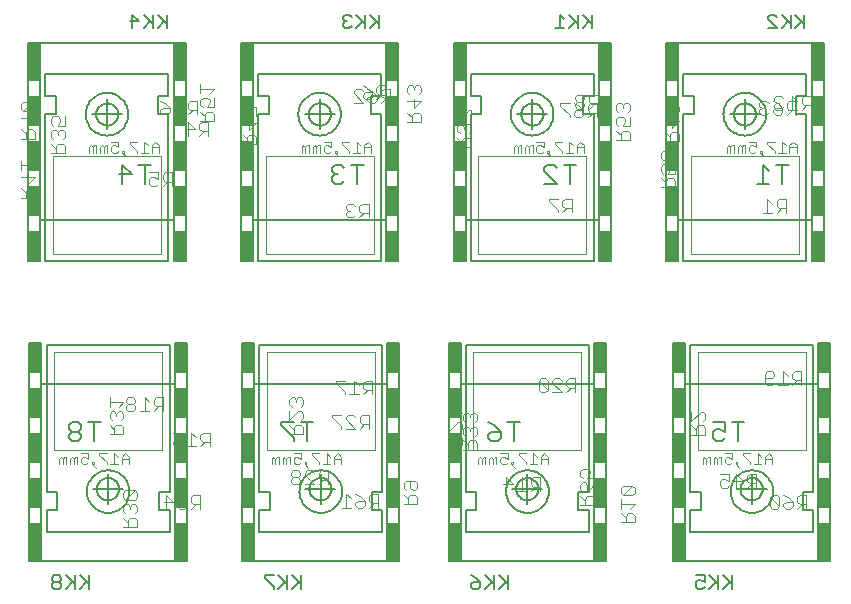
<source format=gbo>
G75*
G70*
%OFA0B0*%
%FSLAX24Y24*%
%IPPOS*%
%LPD*%
%AMOC8*
5,1,8,0,0,1.08239X$1,22.5*
%
%ADD10C,0.0060*%
%ADD11C,0.0020*%
%ADD12C,0.0070*%
%ADD13C,0.0040*%
%ADD14C,0.0050*%
%ADD15R,0.0400X0.1000*%
%ADD16R,0.0400X0.1250*%
D10*
X001213Y008863D02*
X001613Y008863D01*
X001613Y014763D01*
X006063Y014763D01*
X006063Y008863D01*
X006463Y008863D01*
X006463Y016113D01*
X006063Y016113D01*
X006063Y014763D01*
X005893Y016058D02*
X005893Y011158D01*
X005543Y011158D01*
X005543Y010558D01*
X005893Y010558D01*
X005893Y009808D01*
X001793Y009808D01*
X001793Y010558D01*
X002143Y010558D01*
X002143Y011158D01*
X001793Y011158D01*
X001793Y016058D01*
X005893Y016058D01*
X008300Y016113D02*
X008700Y016113D01*
X008700Y014763D01*
X008700Y008863D01*
X013150Y008863D01*
X013150Y014763D01*
X008700Y014763D01*
X008880Y016058D02*
X008880Y011158D01*
X009230Y011158D01*
X009230Y010558D01*
X008880Y010558D01*
X008880Y009808D01*
X012980Y009808D01*
X012980Y010558D01*
X012630Y010558D01*
X012630Y011158D01*
X012980Y011158D01*
X012980Y016058D01*
X008880Y016058D01*
X008300Y016113D02*
X008300Y008863D01*
X008700Y008863D01*
X010420Y011243D02*
X011420Y011243D01*
X010220Y011158D02*
X010222Y011211D01*
X010228Y011264D01*
X010238Y011316D01*
X010252Y011367D01*
X010269Y011417D01*
X010290Y011466D01*
X010315Y011513D01*
X010343Y011558D01*
X010375Y011601D01*
X010410Y011641D01*
X010447Y011678D01*
X010487Y011713D01*
X010530Y011745D01*
X010575Y011773D01*
X010622Y011798D01*
X010671Y011819D01*
X010721Y011836D01*
X010772Y011850D01*
X010824Y011860D01*
X010877Y011866D01*
X010930Y011868D01*
X010983Y011866D01*
X011036Y011860D01*
X011088Y011850D01*
X011139Y011836D01*
X011189Y011819D01*
X011238Y011798D01*
X011285Y011773D01*
X011330Y011745D01*
X011373Y011713D01*
X011413Y011678D01*
X011450Y011641D01*
X011485Y011601D01*
X011517Y011558D01*
X011545Y011513D01*
X011570Y011466D01*
X011591Y011417D01*
X011608Y011367D01*
X011622Y011316D01*
X011632Y011264D01*
X011638Y011211D01*
X011640Y011158D01*
X011638Y011105D01*
X011632Y011052D01*
X011622Y011000D01*
X011608Y010949D01*
X011591Y010899D01*
X011570Y010850D01*
X011545Y010803D01*
X011517Y010758D01*
X011485Y010715D01*
X011450Y010675D01*
X011413Y010638D01*
X011373Y010603D01*
X011330Y010571D01*
X011285Y010543D01*
X011238Y010518D01*
X011189Y010497D01*
X011139Y010480D01*
X011088Y010466D01*
X011036Y010456D01*
X010983Y010450D01*
X010930Y010448D01*
X010877Y010450D01*
X010824Y010456D01*
X010772Y010466D01*
X010721Y010480D01*
X010671Y010497D01*
X010622Y010518D01*
X010575Y010543D01*
X010530Y010571D01*
X010487Y010603D01*
X010447Y010638D01*
X010410Y010675D01*
X010375Y010715D01*
X010343Y010758D01*
X010315Y010803D01*
X010290Y010850D01*
X010269Y010899D01*
X010252Y010949D01*
X010238Y011000D01*
X010228Y011052D01*
X010222Y011105D01*
X010220Y011158D01*
X010550Y011243D02*
X010552Y011281D01*
X010558Y011319D01*
X010568Y011356D01*
X010581Y011391D01*
X010598Y011425D01*
X010618Y011457D01*
X010642Y011487D01*
X010669Y011515D01*
X010698Y011539D01*
X010730Y011560D01*
X010763Y011578D01*
X010798Y011592D01*
X010835Y011603D01*
X010872Y011610D01*
X010910Y011613D01*
X010949Y011612D01*
X010986Y011607D01*
X011023Y011598D01*
X011059Y011586D01*
X011094Y011570D01*
X011127Y011550D01*
X011157Y011527D01*
X011185Y011501D01*
X011210Y011473D01*
X011232Y011442D01*
X011251Y011408D01*
X011266Y011374D01*
X011278Y011337D01*
X011286Y011300D01*
X011290Y011262D01*
X011290Y011224D01*
X011286Y011186D01*
X011278Y011149D01*
X011266Y011112D01*
X011251Y011078D01*
X011232Y011044D01*
X011210Y011013D01*
X011185Y010985D01*
X011157Y010959D01*
X011127Y010936D01*
X011094Y010916D01*
X011059Y010900D01*
X011023Y010888D01*
X010986Y010879D01*
X010949Y010874D01*
X010910Y010873D01*
X010872Y010876D01*
X010835Y010883D01*
X010798Y010894D01*
X010763Y010908D01*
X010730Y010926D01*
X010698Y010947D01*
X010669Y010971D01*
X010642Y010999D01*
X010618Y011029D01*
X010598Y011061D01*
X010581Y011095D01*
X010568Y011130D01*
X010558Y011167D01*
X010552Y011205D01*
X010550Y011243D01*
X010930Y010743D02*
X010930Y011743D01*
X013150Y008863D02*
X013550Y008863D01*
X013550Y016113D01*
X013150Y016113D01*
X013150Y014763D01*
X015190Y016113D02*
X015590Y016113D01*
X015590Y014763D01*
X015590Y008863D01*
X020040Y008863D01*
X020040Y014763D01*
X015590Y014763D01*
X015770Y016058D02*
X015770Y011158D01*
X016120Y011158D01*
X016120Y010558D01*
X015770Y010558D01*
X015770Y009808D01*
X019870Y009808D01*
X019870Y010558D01*
X019520Y010558D01*
X019520Y011158D01*
X019870Y011158D01*
X019870Y016058D01*
X015770Y016058D01*
X015190Y016113D02*
X015190Y008863D01*
X015590Y008863D01*
X017310Y011243D02*
X018310Y011243D01*
X017110Y011158D02*
X017112Y011211D01*
X017118Y011264D01*
X017128Y011316D01*
X017142Y011367D01*
X017159Y011417D01*
X017180Y011466D01*
X017205Y011513D01*
X017233Y011558D01*
X017265Y011601D01*
X017300Y011641D01*
X017337Y011678D01*
X017377Y011713D01*
X017420Y011745D01*
X017465Y011773D01*
X017512Y011798D01*
X017561Y011819D01*
X017611Y011836D01*
X017662Y011850D01*
X017714Y011860D01*
X017767Y011866D01*
X017820Y011868D01*
X017873Y011866D01*
X017926Y011860D01*
X017978Y011850D01*
X018029Y011836D01*
X018079Y011819D01*
X018128Y011798D01*
X018175Y011773D01*
X018220Y011745D01*
X018263Y011713D01*
X018303Y011678D01*
X018340Y011641D01*
X018375Y011601D01*
X018407Y011558D01*
X018435Y011513D01*
X018460Y011466D01*
X018481Y011417D01*
X018498Y011367D01*
X018512Y011316D01*
X018522Y011264D01*
X018528Y011211D01*
X018530Y011158D01*
X018528Y011105D01*
X018522Y011052D01*
X018512Y011000D01*
X018498Y010949D01*
X018481Y010899D01*
X018460Y010850D01*
X018435Y010803D01*
X018407Y010758D01*
X018375Y010715D01*
X018340Y010675D01*
X018303Y010638D01*
X018263Y010603D01*
X018220Y010571D01*
X018175Y010543D01*
X018128Y010518D01*
X018079Y010497D01*
X018029Y010480D01*
X017978Y010466D01*
X017926Y010456D01*
X017873Y010450D01*
X017820Y010448D01*
X017767Y010450D01*
X017714Y010456D01*
X017662Y010466D01*
X017611Y010480D01*
X017561Y010497D01*
X017512Y010518D01*
X017465Y010543D01*
X017420Y010571D01*
X017377Y010603D01*
X017337Y010638D01*
X017300Y010675D01*
X017265Y010715D01*
X017233Y010758D01*
X017205Y010803D01*
X017180Y010850D01*
X017159Y010899D01*
X017142Y010949D01*
X017128Y011000D01*
X017118Y011052D01*
X017112Y011105D01*
X017110Y011158D01*
X017440Y011243D02*
X017442Y011281D01*
X017448Y011319D01*
X017458Y011356D01*
X017471Y011391D01*
X017488Y011425D01*
X017508Y011457D01*
X017532Y011487D01*
X017559Y011515D01*
X017588Y011539D01*
X017620Y011560D01*
X017653Y011578D01*
X017688Y011592D01*
X017725Y011603D01*
X017762Y011610D01*
X017800Y011613D01*
X017839Y011612D01*
X017876Y011607D01*
X017913Y011598D01*
X017949Y011586D01*
X017984Y011570D01*
X018017Y011550D01*
X018047Y011527D01*
X018075Y011501D01*
X018100Y011473D01*
X018122Y011442D01*
X018141Y011408D01*
X018156Y011374D01*
X018168Y011337D01*
X018176Y011300D01*
X018180Y011262D01*
X018180Y011224D01*
X018176Y011186D01*
X018168Y011149D01*
X018156Y011112D01*
X018141Y011078D01*
X018122Y011044D01*
X018100Y011013D01*
X018075Y010985D01*
X018047Y010959D01*
X018017Y010936D01*
X017984Y010916D01*
X017949Y010900D01*
X017913Y010888D01*
X017876Y010879D01*
X017839Y010874D01*
X017800Y010873D01*
X017762Y010876D01*
X017725Y010883D01*
X017688Y010894D01*
X017653Y010908D01*
X017620Y010926D01*
X017588Y010947D01*
X017559Y010971D01*
X017532Y010999D01*
X017508Y011029D01*
X017488Y011061D01*
X017471Y011095D01*
X017458Y011130D01*
X017448Y011167D01*
X017442Y011205D01*
X017440Y011243D01*
X017820Y010743D02*
X017820Y011743D01*
X020040Y008863D02*
X020440Y008863D01*
X020440Y016113D01*
X020040Y016113D01*
X020040Y014763D01*
X022670Y016113D02*
X023070Y016113D01*
X023070Y014763D01*
X023070Y008863D01*
X027520Y008863D01*
X027520Y014763D01*
X023070Y014763D01*
X023250Y016058D02*
X023250Y011158D01*
X023600Y011158D01*
X023600Y010558D01*
X023250Y010558D01*
X023250Y009808D01*
X027350Y009808D01*
X027350Y010558D01*
X027000Y010558D01*
X027000Y011158D01*
X027350Y011158D01*
X027350Y016058D01*
X023250Y016058D01*
X022670Y016113D02*
X022670Y008863D01*
X023070Y008863D01*
X024790Y011243D02*
X025790Y011243D01*
X024590Y011158D02*
X024592Y011211D01*
X024598Y011264D01*
X024608Y011316D01*
X024622Y011367D01*
X024639Y011417D01*
X024660Y011466D01*
X024685Y011513D01*
X024713Y011558D01*
X024745Y011601D01*
X024780Y011641D01*
X024817Y011678D01*
X024857Y011713D01*
X024900Y011745D01*
X024945Y011773D01*
X024992Y011798D01*
X025041Y011819D01*
X025091Y011836D01*
X025142Y011850D01*
X025194Y011860D01*
X025247Y011866D01*
X025300Y011868D01*
X025353Y011866D01*
X025406Y011860D01*
X025458Y011850D01*
X025509Y011836D01*
X025559Y011819D01*
X025608Y011798D01*
X025655Y011773D01*
X025700Y011745D01*
X025743Y011713D01*
X025783Y011678D01*
X025820Y011641D01*
X025855Y011601D01*
X025887Y011558D01*
X025915Y011513D01*
X025940Y011466D01*
X025961Y011417D01*
X025978Y011367D01*
X025992Y011316D01*
X026002Y011264D01*
X026008Y011211D01*
X026010Y011158D01*
X026008Y011105D01*
X026002Y011052D01*
X025992Y011000D01*
X025978Y010949D01*
X025961Y010899D01*
X025940Y010850D01*
X025915Y010803D01*
X025887Y010758D01*
X025855Y010715D01*
X025820Y010675D01*
X025783Y010638D01*
X025743Y010603D01*
X025700Y010571D01*
X025655Y010543D01*
X025608Y010518D01*
X025559Y010497D01*
X025509Y010480D01*
X025458Y010466D01*
X025406Y010456D01*
X025353Y010450D01*
X025300Y010448D01*
X025247Y010450D01*
X025194Y010456D01*
X025142Y010466D01*
X025091Y010480D01*
X025041Y010497D01*
X024992Y010518D01*
X024945Y010543D01*
X024900Y010571D01*
X024857Y010603D01*
X024817Y010638D01*
X024780Y010675D01*
X024745Y010715D01*
X024713Y010758D01*
X024685Y010803D01*
X024660Y010850D01*
X024639Y010899D01*
X024622Y010949D01*
X024608Y011000D01*
X024598Y011052D01*
X024592Y011105D01*
X024590Y011158D01*
X024920Y011243D02*
X024922Y011281D01*
X024928Y011319D01*
X024938Y011356D01*
X024951Y011391D01*
X024968Y011425D01*
X024988Y011457D01*
X025012Y011487D01*
X025039Y011515D01*
X025068Y011539D01*
X025100Y011560D01*
X025133Y011578D01*
X025168Y011592D01*
X025205Y011603D01*
X025242Y011610D01*
X025280Y011613D01*
X025319Y011612D01*
X025356Y011607D01*
X025393Y011598D01*
X025429Y011586D01*
X025464Y011570D01*
X025497Y011550D01*
X025527Y011527D01*
X025555Y011501D01*
X025580Y011473D01*
X025602Y011442D01*
X025621Y011408D01*
X025636Y011374D01*
X025648Y011337D01*
X025656Y011300D01*
X025660Y011262D01*
X025660Y011224D01*
X025656Y011186D01*
X025648Y011149D01*
X025636Y011112D01*
X025621Y011078D01*
X025602Y011044D01*
X025580Y011013D01*
X025555Y010985D01*
X025527Y010959D01*
X025497Y010936D01*
X025464Y010916D01*
X025429Y010900D01*
X025393Y010888D01*
X025356Y010879D01*
X025319Y010874D01*
X025280Y010873D01*
X025242Y010876D01*
X025205Y010883D01*
X025168Y010894D01*
X025133Y010908D01*
X025100Y010926D01*
X025068Y010947D01*
X025039Y010971D01*
X025012Y010999D01*
X024988Y011029D01*
X024968Y011061D01*
X024951Y011095D01*
X024938Y011130D01*
X024928Y011167D01*
X024922Y011205D01*
X024920Y011243D01*
X025300Y010743D02*
X025300Y011743D01*
X027520Y008863D02*
X027920Y008863D01*
X027920Y016113D01*
X027520Y016113D01*
X027520Y014763D01*
X027114Y018838D02*
X027114Y023738D01*
X026764Y023738D01*
X026764Y024338D01*
X027114Y024338D01*
X027114Y025088D01*
X023014Y025088D01*
X023014Y024338D01*
X023364Y024338D01*
X023364Y023738D01*
X023014Y023738D01*
X023014Y018838D01*
X027114Y018838D01*
X027294Y018862D02*
X027294Y020212D01*
X027294Y026112D01*
X022844Y026112D01*
X022844Y020212D01*
X027294Y020212D01*
X027294Y018862D02*
X027694Y018862D01*
X027694Y026112D01*
X027294Y026112D01*
X025574Y023732D02*
X024574Y023732D01*
X024354Y023738D02*
X024356Y023791D01*
X024362Y023844D01*
X024372Y023896D01*
X024386Y023947D01*
X024403Y023997D01*
X024424Y024046D01*
X024449Y024093D01*
X024477Y024138D01*
X024509Y024181D01*
X024544Y024221D01*
X024581Y024258D01*
X024621Y024293D01*
X024664Y024325D01*
X024709Y024353D01*
X024756Y024378D01*
X024805Y024399D01*
X024855Y024416D01*
X024906Y024430D01*
X024958Y024440D01*
X025011Y024446D01*
X025064Y024448D01*
X025117Y024446D01*
X025170Y024440D01*
X025222Y024430D01*
X025273Y024416D01*
X025323Y024399D01*
X025372Y024378D01*
X025419Y024353D01*
X025464Y024325D01*
X025507Y024293D01*
X025547Y024258D01*
X025584Y024221D01*
X025619Y024181D01*
X025651Y024138D01*
X025679Y024093D01*
X025704Y024046D01*
X025725Y023997D01*
X025742Y023947D01*
X025756Y023896D01*
X025766Y023844D01*
X025772Y023791D01*
X025774Y023738D01*
X025772Y023685D01*
X025766Y023632D01*
X025756Y023580D01*
X025742Y023529D01*
X025725Y023479D01*
X025704Y023430D01*
X025679Y023383D01*
X025651Y023338D01*
X025619Y023295D01*
X025584Y023255D01*
X025547Y023218D01*
X025507Y023183D01*
X025464Y023151D01*
X025419Y023123D01*
X025372Y023098D01*
X025323Y023077D01*
X025273Y023060D01*
X025222Y023046D01*
X025170Y023036D01*
X025117Y023030D01*
X025064Y023028D01*
X025011Y023030D01*
X024958Y023036D01*
X024906Y023046D01*
X024855Y023060D01*
X024805Y023077D01*
X024756Y023098D01*
X024709Y023123D01*
X024664Y023151D01*
X024621Y023183D01*
X024581Y023218D01*
X024544Y023255D01*
X024509Y023295D01*
X024477Y023338D01*
X024449Y023383D01*
X024424Y023430D01*
X024403Y023479D01*
X024386Y023529D01*
X024372Y023580D01*
X024362Y023632D01*
X024356Y023685D01*
X024354Y023738D01*
X024704Y023732D02*
X024706Y023770D01*
X024712Y023808D01*
X024722Y023845D01*
X024735Y023880D01*
X024752Y023914D01*
X024772Y023946D01*
X024796Y023976D01*
X024823Y024004D01*
X024852Y024028D01*
X024884Y024049D01*
X024917Y024067D01*
X024952Y024081D01*
X024989Y024092D01*
X025026Y024099D01*
X025064Y024102D01*
X025103Y024101D01*
X025140Y024096D01*
X025177Y024087D01*
X025213Y024075D01*
X025248Y024059D01*
X025281Y024039D01*
X025311Y024016D01*
X025339Y023990D01*
X025364Y023962D01*
X025386Y023931D01*
X025405Y023897D01*
X025420Y023863D01*
X025432Y023826D01*
X025440Y023789D01*
X025444Y023751D01*
X025444Y023713D01*
X025440Y023675D01*
X025432Y023638D01*
X025420Y023601D01*
X025405Y023567D01*
X025386Y023533D01*
X025364Y023502D01*
X025339Y023474D01*
X025311Y023448D01*
X025281Y023425D01*
X025248Y023405D01*
X025213Y023389D01*
X025177Y023377D01*
X025140Y023368D01*
X025103Y023363D01*
X025064Y023362D01*
X025026Y023365D01*
X024989Y023372D01*
X024952Y023383D01*
X024917Y023397D01*
X024884Y023415D01*
X024852Y023436D01*
X024823Y023460D01*
X024796Y023488D01*
X024772Y023518D01*
X024752Y023550D01*
X024735Y023584D01*
X024722Y023619D01*
X024712Y023656D01*
X024706Y023694D01*
X024704Y023732D01*
X025064Y024232D02*
X025064Y023232D01*
X022844Y026112D02*
X022444Y026112D01*
X022444Y018862D01*
X022844Y018862D01*
X022844Y020212D01*
X020607Y018862D02*
X020207Y018862D01*
X020207Y020212D01*
X020207Y026112D01*
X015757Y026112D01*
X015757Y020212D01*
X020207Y020212D01*
X020027Y018838D02*
X020027Y023738D01*
X019677Y023738D01*
X019677Y024338D01*
X020027Y024338D01*
X020027Y025088D01*
X015927Y025088D01*
X015927Y024338D01*
X016277Y024338D01*
X016277Y023738D01*
X015927Y023738D01*
X015927Y018838D01*
X020027Y018838D01*
X020607Y018862D02*
X020607Y026112D01*
X020207Y026112D01*
X017977Y024232D02*
X017977Y023232D01*
X017617Y023732D02*
X017619Y023770D01*
X017625Y023808D01*
X017635Y023845D01*
X017648Y023880D01*
X017665Y023914D01*
X017685Y023946D01*
X017709Y023976D01*
X017736Y024004D01*
X017765Y024028D01*
X017797Y024049D01*
X017830Y024067D01*
X017865Y024081D01*
X017902Y024092D01*
X017939Y024099D01*
X017977Y024102D01*
X018016Y024101D01*
X018053Y024096D01*
X018090Y024087D01*
X018126Y024075D01*
X018161Y024059D01*
X018194Y024039D01*
X018224Y024016D01*
X018252Y023990D01*
X018277Y023962D01*
X018299Y023931D01*
X018318Y023897D01*
X018333Y023863D01*
X018345Y023826D01*
X018353Y023789D01*
X018357Y023751D01*
X018357Y023713D01*
X018353Y023675D01*
X018345Y023638D01*
X018333Y023601D01*
X018318Y023567D01*
X018299Y023533D01*
X018277Y023502D01*
X018252Y023474D01*
X018224Y023448D01*
X018194Y023425D01*
X018161Y023405D01*
X018126Y023389D01*
X018090Y023377D01*
X018053Y023368D01*
X018016Y023363D01*
X017977Y023362D01*
X017939Y023365D01*
X017902Y023372D01*
X017865Y023383D01*
X017830Y023397D01*
X017797Y023415D01*
X017765Y023436D01*
X017736Y023460D01*
X017709Y023488D01*
X017685Y023518D01*
X017665Y023550D01*
X017648Y023584D01*
X017635Y023619D01*
X017625Y023656D01*
X017619Y023694D01*
X017617Y023732D01*
X017487Y023732D02*
X018487Y023732D01*
X017267Y023738D02*
X017269Y023791D01*
X017275Y023844D01*
X017285Y023896D01*
X017299Y023947D01*
X017316Y023997D01*
X017337Y024046D01*
X017362Y024093D01*
X017390Y024138D01*
X017422Y024181D01*
X017457Y024221D01*
X017494Y024258D01*
X017534Y024293D01*
X017577Y024325D01*
X017622Y024353D01*
X017669Y024378D01*
X017718Y024399D01*
X017768Y024416D01*
X017819Y024430D01*
X017871Y024440D01*
X017924Y024446D01*
X017977Y024448D01*
X018030Y024446D01*
X018083Y024440D01*
X018135Y024430D01*
X018186Y024416D01*
X018236Y024399D01*
X018285Y024378D01*
X018332Y024353D01*
X018377Y024325D01*
X018420Y024293D01*
X018460Y024258D01*
X018497Y024221D01*
X018532Y024181D01*
X018564Y024138D01*
X018592Y024093D01*
X018617Y024046D01*
X018638Y023997D01*
X018655Y023947D01*
X018669Y023896D01*
X018679Y023844D01*
X018685Y023791D01*
X018687Y023738D01*
X018685Y023685D01*
X018679Y023632D01*
X018669Y023580D01*
X018655Y023529D01*
X018638Y023479D01*
X018617Y023430D01*
X018592Y023383D01*
X018564Y023338D01*
X018532Y023295D01*
X018497Y023255D01*
X018460Y023218D01*
X018420Y023183D01*
X018377Y023151D01*
X018332Y023123D01*
X018285Y023098D01*
X018236Y023077D01*
X018186Y023060D01*
X018135Y023046D01*
X018083Y023036D01*
X018030Y023030D01*
X017977Y023028D01*
X017924Y023030D01*
X017871Y023036D01*
X017819Y023046D01*
X017768Y023060D01*
X017718Y023077D01*
X017669Y023098D01*
X017622Y023123D01*
X017577Y023151D01*
X017534Y023183D01*
X017494Y023218D01*
X017457Y023255D01*
X017422Y023295D01*
X017390Y023338D01*
X017362Y023383D01*
X017337Y023430D01*
X017316Y023479D01*
X017299Y023529D01*
X017285Y023580D01*
X017275Y023632D01*
X017269Y023685D01*
X017267Y023738D01*
X015757Y026112D02*
X015357Y026112D01*
X015357Y018862D01*
X015757Y018862D01*
X015757Y020212D01*
X013521Y018862D02*
X013121Y018862D01*
X013121Y020212D01*
X013121Y026112D01*
X008671Y026112D01*
X008671Y020212D01*
X013121Y020212D01*
X012941Y018838D02*
X012941Y023738D01*
X012591Y023738D01*
X012591Y024338D01*
X012941Y024338D01*
X012941Y025088D01*
X008841Y025088D01*
X008841Y024338D01*
X009191Y024338D01*
X009191Y023738D01*
X008841Y023738D01*
X008841Y018838D01*
X012941Y018838D01*
X013521Y018862D02*
X013521Y026112D01*
X013121Y026112D01*
X010891Y024232D02*
X010891Y023232D01*
X010531Y023732D02*
X010533Y023770D01*
X010539Y023808D01*
X010549Y023845D01*
X010562Y023880D01*
X010579Y023914D01*
X010599Y023946D01*
X010623Y023976D01*
X010650Y024004D01*
X010679Y024028D01*
X010711Y024049D01*
X010744Y024067D01*
X010779Y024081D01*
X010816Y024092D01*
X010853Y024099D01*
X010891Y024102D01*
X010930Y024101D01*
X010967Y024096D01*
X011004Y024087D01*
X011040Y024075D01*
X011075Y024059D01*
X011108Y024039D01*
X011138Y024016D01*
X011166Y023990D01*
X011191Y023962D01*
X011213Y023931D01*
X011232Y023897D01*
X011247Y023863D01*
X011259Y023826D01*
X011267Y023789D01*
X011271Y023751D01*
X011271Y023713D01*
X011267Y023675D01*
X011259Y023638D01*
X011247Y023601D01*
X011232Y023567D01*
X011213Y023533D01*
X011191Y023502D01*
X011166Y023474D01*
X011138Y023448D01*
X011108Y023425D01*
X011075Y023405D01*
X011040Y023389D01*
X011004Y023377D01*
X010967Y023368D01*
X010930Y023363D01*
X010891Y023362D01*
X010853Y023365D01*
X010816Y023372D01*
X010779Y023383D01*
X010744Y023397D01*
X010711Y023415D01*
X010679Y023436D01*
X010650Y023460D01*
X010623Y023488D01*
X010599Y023518D01*
X010579Y023550D01*
X010562Y023584D01*
X010549Y023619D01*
X010539Y023656D01*
X010533Y023694D01*
X010531Y023732D01*
X010401Y023732D02*
X011401Y023732D01*
X010181Y023738D02*
X010183Y023791D01*
X010189Y023844D01*
X010199Y023896D01*
X010213Y023947D01*
X010230Y023997D01*
X010251Y024046D01*
X010276Y024093D01*
X010304Y024138D01*
X010336Y024181D01*
X010371Y024221D01*
X010408Y024258D01*
X010448Y024293D01*
X010491Y024325D01*
X010536Y024353D01*
X010583Y024378D01*
X010632Y024399D01*
X010682Y024416D01*
X010733Y024430D01*
X010785Y024440D01*
X010838Y024446D01*
X010891Y024448D01*
X010944Y024446D01*
X010997Y024440D01*
X011049Y024430D01*
X011100Y024416D01*
X011150Y024399D01*
X011199Y024378D01*
X011246Y024353D01*
X011291Y024325D01*
X011334Y024293D01*
X011374Y024258D01*
X011411Y024221D01*
X011446Y024181D01*
X011478Y024138D01*
X011506Y024093D01*
X011531Y024046D01*
X011552Y023997D01*
X011569Y023947D01*
X011583Y023896D01*
X011593Y023844D01*
X011599Y023791D01*
X011601Y023738D01*
X011599Y023685D01*
X011593Y023632D01*
X011583Y023580D01*
X011569Y023529D01*
X011552Y023479D01*
X011531Y023430D01*
X011506Y023383D01*
X011478Y023338D01*
X011446Y023295D01*
X011411Y023255D01*
X011374Y023218D01*
X011334Y023183D01*
X011291Y023151D01*
X011246Y023123D01*
X011199Y023098D01*
X011150Y023077D01*
X011100Y023060D01*
X011049Y023046D01*
X010997Y023036D01*
X010944Y023030D01*
X010891Y023028D01*
X010838Y023030D01*
X010785Y023036D01*
X010733Y023046D01*
X010682Y023060D01*
X010632Y023077D01*
X010583Y023098D01*
X010536Y023123D01*
X010491Y023151D01*
X010448Y023183D01*
X010408Y023218D01*
X010371Y023255D01*
X010336Y023295D01*
X010304Y023338D01*
X010276Y023383D01*
X010251Y023430D01*
X010230Y023479D01*
X010213Y023529D01*
X010199Y023580D01*
X010189Y023632D01*
X010183Y023685D01*
X010181Y023738D01*
X008671Y026112D02*
X008271Y026112D01*
X008271Y018862D01*
X008671Y018862D01*
X008671Y020212D01*
X006434Y018862D02*
X006034Y018862D01*
X006034Y020212D01*
X006034Y026112D01*
X001584Y026112D01*
X001584Y020212D01*
X006034Y020212D01*
X005854Y018838D02*
X005854Y023738D01*
X005504Y023738D01*
X005504Y024338D01*
X005854Y024338D01*
X005854Y025088D01*
X001754Y025088D01*
X001754Y024338D01*
X002104Y024338D01*
X002104Y023738D01*
X001754Y023738D01*
X001754Y018838D01*
X005854Y018838D01*
X006434Y018862D02*
X006434Y026112D01*
X006034Y026112D01*
X004314Y023732D02*
X003314Y023732D01*
X003094Y023738D02*
X003096Y023791D01*
X003102Y023844D01*
X003112Y023896D01*
X003126Y023947D01*
X003143Y023997D01*
X003164Y024046D01*
X003189Y024093D01*
X003217Y024138D01*
X003249Y024181D01*
X003284Y024221D01*
X003321Y024258D01*
X003361Y024293D01*
X003404Y024325D01*
X003449Y024353D01*
X003496Y024378D01*
X003545Y024399D01*
X003595Y024416D01*
X003646Y024430D01*
X003698Y024440D01*
X003751Y024446D01*
X003804Y024448D01*
X003857Y024446D01*
X003910Y024440D01*
X003962Y024430D01*
X004013Y024416D01*
X004063Y024399D01*
X004112Y024378D01*
X004159Y024353D01*
X004204Y024325D01*
X004247Y024293D01*
X004287Y024258D01*
X004324Y024221D01*
X004359Y024181D01*
X004391Y024138D01*
X004419Y024093D01*
X004444Y024046D01*
X004465Y023997D01*
X004482Y023947D01*
X004496Y023896D01*
X004506Y023844D01*
X004512Y023791D01*
X004514Y023738D01*
X004512Y023685D01*
X004506Y023632D01*
X004496Y023580D01*
X004482Y023529D01*
X004465Y023479D01*
X004444Y023430D01*
X004419Y023383D01*
X004391Y023338D01*
X004359Y023295D01*
X004324Y023255D01*
X004287Y023218D01*
X004247Y023183D01*
X004204Y023151D01*
X004159Y023123D01*
X004112Y023098D01*
X004063Y023077D01*
X004013Y023060D01*
X003962Y023046D01*
X003910Y023036D01*
X003857Y023030D01*
X003804Y023028D01*
X003751Y023030D01*
X003698Y023036D01*
X003646Y023046D01*
X003595Y023060D01*
X003545Y023077D01*
X003496Y023098D01*
X003449Y023123D01*
X003404Y023151D01*
X003361Y023183D01*
X003321Y023218D01*
X003284Y023255D01*
X003249Y023295D01*
X003217Y023338D01*
X003189Y023383D01*
X003164Y023430D01*
X003143Y023479D01*
X003126Y023529D01*
X003112Y023580D01*
X003102Y023632D01*
X003096Y023685D01*
X003094Y023738D01*
X003804Y024232D02*
X003804Y023232D01*
X003444Y023732D02*
X003446Y023770D01*
X003452Y023808D01*
X003462Y023845D01*
X003475Y023880D01*
X003492Y023914D01*
X003512Y023946D01*
X003536Y023976D01*
X003563Y024004D01*
X003592Y024028D01*
X003624Y024049D01*
X003657Y024067D01*
X003692Y024081D01*
X003729Y024092D01*
X003766Y024099D01*
X003804Y024102D01*
X003843Y024101D01*
X003880Y024096D01*
X003917Y024087D01*
X003953Y024075D01*
X003988Y024059D01*
X004021Y024039D01*
X004051Y024016D01*
X004079Y023990D01*
X004104Y023962D01*
X004126Y023931D01*
X004145Y023897D01*
X004160Y023863D01*
X004172Y023826D01*
X004180Y023789D01*
X004184Y023751D01*
X004184Y023713D01*
X004180Y023675D01*
X004172Y023638D01*
X004160Y023601D01*
X004145Y023567D01*
X004126Y023533D01*
X004104Y023502D01*
X004079Y023474D01*
X004051Y023448D01*
X004021Y023425D01*
X003988Y023405D01*
X003953Y023389D01*
X003917Y023377D01*
X003880Y023368D01*
X003843Y023363D01*
X003804Y023362D01*
X003766Y023365D01*
X003729Y023372D01*
X003692Y023383D01*
X003657Y023397D01*
X003624Y023415D01*
X003592Y023436D01*
X003563Y023460D01*
X003536Y023488D01*
X003512Y023518D01*
X003492Y023550D01*
X003475Y023584D01*
X003462Y023619D01*
X003452Y023656D01*
X003446Y023694D01*
X003444Y023732D01*
X001584Y026112D02*
X001184Y026112D01*
X001184Y018862D01*
X001584Y018862D01*
X001584Y020212D01*
X001613Y016113D02*
X001213Y016113D01*
X001213Y008863D01*
X001613Y008863D02*
X006063Y008863D01*
X004333Y011243D02*
X003333Y011243D01*
X003463Y011243D02*
X003465Y011281D01*
X003471Y011319D01*
X003481Y011356D01*
X003494Y011391D01*
X003511Y011425D01*
X003531Y011457D01*
X003555Y011487D01*
X003582Y011515D01*
X003611Y011539D01*
X003643Y011560D01*
X003676Y011578D01*
X003711Y011592D01*
X003748Y011603D01*
X003785Y011610D01*
X003823Y011613D01*
X003862Y011612D01*
X003899Y011607D01*
X003936Y011598D01*
X003972Y011586D01*
X004007Y011570D01*
X004040Y011550D01*
X004070Y011527D01*
X004098Y011501D01*
X004123Y011473D01*
X004145Y011442D01*
X004164Y011408D01*
X004179Y011374D01*
X004191Y011337D01*
X004199Y011300D01*
X004203Y011262D01*
X004203Y011224D01*
X004199Y011186D01*
X004191Y011149D01*
X004179Y011112D01*
X004164Y011078D01*
X004145Y011044D01*
X004123Y011013D01*
X004098Y010985D01*
X004070Y010959D01*
X004040Y010936D01*
X004007Y010916D01*
X003972Y010900D01*
X003936Y010888D01*
X003899Y010879D01*
X003862Y010874D01*
X003823Y010873D01*
X003785Y010876D01*
X003748Y010883D01*
X003711Y010894D01*
X003676Y010908D01*
X003643Y010926D01*
X003611Y010947D01*
X003582Y010971D01*
X003555Y010999D01*
X003531Y011029D01*
X003511Y011061D01*
X003494Y011095D01*
X003481Y011130D01*
X003471Y011167D01*
X003465Y011205D01*
X003463Y011243D01*
X003133Y011158D02*
X003135Y011211D01*
X003141Y011264D01*
X003151Y011316D01*
X003165Y011367D01*
X003182Y011417D01*
X003203Y011466D01*
X003228Y011513D01*
X003256Y011558D01*
X003288Y011601D01*
X003323Y011641D01*
X003360Y011678D01*
X003400Y011713D01*
X003443Y011745D01*
X003488Y011773D01*
X003535Y011798D01*
X003584Y011819D01*
X003634Y011836D01*
X003685Y011850D01*
X003737Y011860D01*
X003790Y011866D01*
X003843Y011868D01*
X003896Y011866D01*
X003949Y011860D01*
X004001Y011850D01*
X004052Y011836D01*
X004102Y011819D01*
X004151Y011798D01*
X004198Y011773D01*
X004243Y011745D01*
X004286Y011713D01*
X004326Y011678D01*
X004363Y011641D01*
X004398Y011601D01*
X004430Y011558D01*
X004458Y011513D01*
X004483Y011466D01*
X004504Y011417D01*
X004521Y011367D01*
X004535Y011316D01*
X004545Y011264D01*
X004551Y011211D01*
X004553Y011158D01*
X004551Y011105D01*
X004545Y011052D01*
X004535Y011000D01*
X004521Y010949D01*
X004504Y010899D01*
X004483Y010850D01*
X004458Y010803D01*
X004430Y010758D01*
X004398Y010715D01*
X004363Y010675D01*
X004326Y010638D01*
X004286Y010603D01*
X004243Y010571D01*
X004198Y010543D01*
X004151Y010518D01*
X004102Y010497D01*
X004052Y010480D01*
X004001Y010466D01*
X003949Y010456D01*
X003896Y010450D01*
X003843Y010448D01*
X003790Y010450D01*
X003737Y010456D01*
X003685Y010466D01*
X003634Y010480D01*
X003584Y010497D01*
X003535Y010518D01*
X003488Y010543D01*
X003443Y010571D01*
X003400Y010603D01*
X003360Y010638D01*
X003323Y010675D01*
X003288Y010715D01*
X003256Y010758D01*
X003228Y010803D01*
X003203Y010850D01*
X003182Y010899D01*
X003165Y010949D01*
X003151Y011000D01*
X003141Y011052D01*
X003135Y011105D01*
X003133Y011158D01*
X003843Y010743D02*
X003843Y011743D01*
X001613Y014763D02*
X001613Y016113D01*
D11*
X002043Y015808D02*
X002043Y012558D01*
X005643Y012558D01*
X005643Y015808D01*
X002043Y015808D01*
X002004Y019088D02*
X002004Y022338D01*
X005604Y022338D01*
X005604Y019088D01*
X002004Y019088D01*
X009091Y019088D02*
X009091Y022338D01*
X012691Y022338D01*
X012691Y019088D01*
X009091Y019088D01*
X009130Y015808D02*
X009130Y012558D01*
X012730Y012558D01*
X012730Y015808D01*
X009130Y015808D01*
X016020Y015808D02*
X016020Y012558D01*
X019620Y012558D01*
X019620Y015808D01*
X016020Y015808D01*
X016177Y019088D02*
X016177Y022338D01*
X019777Y022338D01*
X019777Y019088D01*
X016177Y019088D01*
X023264Y019088D02*
X023264Y022338D01*
X026864Y022338D01*
X026864Y019088D01*
X023264Y019088D01*
X023500Y015808D02*
X023500Y012558D01*
X027100Y012558D01*
X027100Y015808D01*
X023500Y015808D01*
D12*
X023989Y013474D02*
X024410Y013474D01*
X024410Y013158D01*
X024200Y013263D01*
X024094Y013263D01*
X023989Y013158D01*
X023989Y012948D01*
X024094Y012843D01*
X024305Y012843D01*
X024410Y012948D01*
X024844Y012843D02*
X024844Y013474D01*
X025054Y013474D02*
X024634Y013474D01*
X025464Y021423D02*
X025884Y021423D01*
X025674Y021423D02*
X025674Y022053D01*
X025884Y021843D01*
X026109Y022053D02*
X026529Y022053D01*
X026319Y022053D02*
X026319Y021423D01*
X019442Y022053D02*
X019022Y022053D01*
X019232Y022053D02*
X019232Y021423D01*
X018798Y021423D02*
X018377Y021843D01*
X018377Y021948D01*
X018482Y022053D01*
X018693Y022053D01*
X018798Y021948D01*
X018798Y021423D02*
X018377Y021423D01*
X012356Y022053D02*
X011935Y022053D01*
X012146Y022053D02*
X012146Y021423D01*
X011711Y021528D02*
X011606Y021423D01*
X011396Y021423D01*
X011291Y021528D01*
X011291Y021633D01*
X011396Y021738D01*
X011501Y021738D01*
X011396Y021738D02*
X011291Y021843D01*
X011291Y021948D01*
X011396Y022053D01*
X011606Y022053D01*
X011711Y021948D01*
X005269Y022053D02*
X004849Y022053D01*
X005059Y022053D02*
X005059Y021423D01*
X004625Y021738D02*
X004204Y021738D01*
X004309Y021423D02*
X004309Y022053D01*
X004625Y021738D01*
X003598Y013474D02*
X003177Y013474D01*
X003387Y013474D02*
X003387Y012843D01*
X002953Y012948D02*
X002953Y013053D01*
X002848Y013158D01*
X002638Y013158D01*
X002533Y013053D01*
X002533Y012948D01*
X002638Y012843D01*
X002848Y012843D01*
X002953Y012948D01*
X002848Y013158D02*
X002953Y013263D01*
X002953Y013369D01*
X002848Y013474D01*
X002638Y013474D01*
X002533Y013369D01*
X002533Y013263D01*
X002638Y013158D01*
X009619Y013369D02*
X010040Y012948D01*
X010040Y012843D01*
X010474Y012843D02*
X010474Y013474D01*
X010684Y013474D02*
X010264Y013474D01*
X010040Y013474D02*
X009619Y013474D01*
X009619Y013369D01*
X016509Y013474D02*
X016719Y013369D01*
X016929Y013158D01*
X016614Y013158D01*
X016509Y013053D01*
X016509Y012948D01*
X016614Y012843D01*
X016824Y012843D01*
X016929Y012948D01*
X016929Y013158D01*
X017154Y013474D02*
X017574Y013474D01*
X017364Y013474D02*
X017364Y012843D01*
D13*
X017528Y012438D02*
X017528Y012378D01*
X017769Y012138D01*
X017769Y012078D01*
X017897Y012078D02*
X018137Y012078D01*
X018017Y012078D02*
X018017Y012438D01*
X018137Y012318D01*
X018265Y012318D02*
X018265Y012078D01*
X018265Y012258D02*
X018505Y012258D01*
X018505Y012318D02*
X018505Y012078D01*
X018505Y012318D02*
X018385Y012438D01*
X018265Y012318D01*
X017769Y012438D02*
X017528Y012438D01*
X017340Y012138D02*
X017280Y012138D01*
X017280Y012078D01*
X017340Y012078D01*
X017340Y012138D01*
X017280Y012078D02*
X017400Y011958D01*
X017155Y012138D02*
X017095Y012078D01*
X016975Y012078D01*
X016915Y012138D01*
X016915Y012258D01*
X016975Y012318D01*
X017035Y012318D01*
X017155Y012258D01*
X017155Y012438D01*
X016915Y012438D01*
X016786Y012318D02*
X016726Y012318D01*
X016666Y012258D01*
X016606Y012318D01*
X016546Y012258D01*
X016546Y012078D01*
X016666Y012078D02*
X016666Y012258D01*
X016786Y012318D02*
X016786Y012078D01*
X016418Y012078D02*
X016418Y012318D01*
X016358Y012318D01*
X016298Y012258D01*
X016238Y012318D01*
X016178Y012258D01*
X016178Y012078D01*
X016298Y012078D02*
X016298Y012258D01*
X016145Y012559D02*
X016145Y012789D01*
X016068Y012866D01*
X015914Y012866D01*
X015838Y012789D01*
X015838Y012559D01*
X015838Y012713D02*
X015684Y012866D01*
X015651Y012946D02*
X015574Y013023D01*
X015420Y013023D01*
X015344Y012946D01*
X015344Y012716D01*
X015344Y012869D02*
X015190Y013023D01*
X015190Y013176D02*
X015497Y013483D01*
X015574Y013483D01*
X015651Y013406D01*
X015651Y013253D01*
X015574Y013176D01*
X015684Y013250D02*
X015684Y013096D01*
X015761Y013019D01*
X015651Y012946D02*
X015651Y012716D01*
X015190Y012716D01*
X015190Y013176D02*
X015190Y013483D01*
X015190Y013637D02*
X015190Y013944D01*
X015190Y013790D02*
X015651Y013790D01*
X015497Y013637D01*
X015684Y013710D02*
X015684Y013557D01*
X015761Y013480D01*
X015761Y013326D02*
X015684Y013250D01*
X015761Y013326D02*
X015838Y013326D01*
X015914Y013250D01*
X015914Y013173D01*
X015914Y013250D02*
X015991Y013326D01*
X016068Y013326D01*
X016145Y013250D01*
X016145Y013096D01*
X016068Y013019D01*
X016068Y013480D02*
X016145Y013557D01*
X016145Y013710D01*
X016068Y013787D01*
X015991Y013787D01*
X015914Y013710D01*
X015838Y013787D01*
X015761Y013787D01*
X015684Y013710D01*
X015914Y013710D02*
X015914Y013633D01*
X015684Y012559D02*
X016145Y012559D01*
X017098Y011631D02*
X017328Y011401D01*
X017021Y011401D01*
X017098Y011171D02*
X017098Y011631D01*
X017635Y011631D02*
X017635Y011171D01*
X017788Y011171D02*
X017481Y011171D01*
X017788Y011478D02*
X017635Y011631D01*
X017942Y011554D02*
X017942Y011401D01*
X018018Y011324D01*
X018249Y011324D01*
X018249Y011171D02*
X018249Y011631D01*
X018018Y011631D01*
X017942Y011554D01*
X018095Y011324D02*
X017942Y011171D01*
X019582Y011235D02*
X019582Y011389D01*
X019659Y011465D01*
X019735Y011465D01*
X019812Y011389D01*
X019812Y011159D01*
X019659Y011159D01*
X019582Y011235D01*
X019582Y011005D02*
X019735Y010852D01*
X019735Y010928D02*
X019735Y010698D01*
X019582Y010698D02*
X020042Y010698D01*
X020042Y010928D01*
X019966Y011005D01*
X019812Y011005D01*
X019735Y010928D01*
X019812Y011159D02*
X019966Y011312D01*
X020042Y011465D01*
X020042Y011619D02*
X019812Y011619D01*
X019889Y011772D01*
X019889Y011849D01*
X019812Y011926D01*
X019659Y011926D01*
X019582Y011849D01*
X019582Y011696D01*
X019659Y011619D01*
X020042Y011619D02*
X020042Y011926D01*
X020934Y011281D02*
X020934Y011127D01*
X021011Y011051D01*
X021318Y011358D01*
X021011Y011358D01*
X020934Y011281D01*
X021011Y011051D02*
X021318Y011051D01*
X021395Y011127D01*
X021395Y011281D01*
X021318Y011358D01*
X020934Y010897D02*
X020934Y010590D01*
X020934Y010437D02*
X021088Y010283D01*
X021088Y010360D02*
X021088Y010130D01*
X020934Y010130D02*
X021395Y010130D01*
X021395Y010360D01*
X021318Y010437D01*
X021164Y010437D01*
X021088Y010360D01*
X021241Y010590D02*
X021395Y010744D01*
X020934Y010744D01*
X023283Y013059D02*
X023743Y013059D01*
X023743Y013289D01*
X023666Y013366D01*
X023513Y013366D01*
X023436Y013289D01*
X023436Y013059D01*
X023436Y013212D02*
X023283Y013366D01*
X023283Y013519D02*
X023590Y013826D01*
X023666Y013826D01*
X023743Y013749D01*
X023743Y013596D01*
X023666Y013519D01*
X023283Y013519D02*
X023283Y013826D01*
X023718Y012318D02*
X023658Y012258D01*
X023658Y012078D01*
X023778Y012078D02*
X023778Y012258D01*
X023718Y012318D01*
X023778Y012258D02*
X023838Y012318D01*
X023898Y012318D01*
X023898Y012078D01*
X024027Y012078D02*
X024027Y012258D01*
X024087Y012318D01*
X024147Y012258D01*
X024147Y012078D01*
X024267Y012078D02*
X024267Y012318D01*
X024207Y012318D01*
X024147Y012258D01*
X024395Y012258D02*
X024455Y012318D01*
X024515Y012318D01*
X024635Y012258D01*
X024635Y012438D01*
X024395Y012438D01*
X024395Y012258D02*
X024395Y012138D01*
X024455Y012078D01*
X024575Y012078D01*
X024635Y012138D01*
X024761Y012138D02*
X024821Y012138D01*
X024821Y012078D01*
X024761Y012078D01*
X024761Y012138D01*
X024761Y012078D02*
X024881Y011958D01*
X024763Y011749D02*
X024993Y011519D01*
X024686Y011519D01*
X024533Y011519D02*
X024379Y011596D01*
X024302Y011596D01*
X024226Y011519D01*
X024226Y011365D01*
X024302Y011289D01*
X024456Y011289D01*
X024533Y011365D01*
X024533Y011519D02*
X024533Y011749D01*
X024226Y011749D01*
X024763Y011749D02*
X024763Y011289D01*
X025146Y011289D02*
X025300Y011442D01*
X025223Y011442D02*
X025453Y011442D01*
X025453Y011289D02*
X025453Y011749D01*
X025223Y011749D01*
X025146Y011672D01*
X025146Y011519D01*
X025223Y011442D01*
X025249Y012078D02*
X025249Y012138D01*
X025009Y012378D01*
X025009Y012438D01*
X025249Y012438D01*
X025497Y012438D02*
X025497Y012078D01*
X025617Y012078D02*
X025377Y012078D01*
X025617Y012318D02*
X025497Y012438D01*
X025745Y012318D02*
X025745Y012078D01*
X025745Y012258D02*
X025986Y012258D01*
X025986Y012318D02*
X025986Y012078D01*
X025986Y012318D02*
X025865Y012438D01*
X025745Y012318D01*
X025970Y011048D02*
X025893Y010972D01*
X026200Y010665D01*
X026123Y010588D01*
X025970Y010588D01*
X025893Y010665D01*
X025893Y010972D01*
X025970Y011048D02*
X026123Y011048D01*
X026200Y010972D01*
X026200Y010665D01*
X026353Y010665D02*
X026353Y010741D01*
X026430Y010818D01*
X026660Y010818D01*
X026660Y010665D01*
X026584Y010588D01*
X026430Y010588D01*
X026353Y010665D01*
X026507Y010972D02*
X026353Y011048D01*
X026507Y010972D02*
X026660Y010818D01*
X026814Y010818D02*
X026814Y010972D01*
X026890Y011048D01*
X027121Y011048D01*
X027121Y010588D01*
X027121Y010741D02*
X026890Y010741D01*
X026814Y010818D01*
X026967Y010741D02*
X026814Y010588D01*
X026953Y014712D02*
X026953Y015172D01*
X026723Y015172D01*
X026646Y015096D01*
X026646Y014942D01*
X026723Y014865D01*
X026953Y014865D01*
X026800Y014865D02*
X026646Y014712D01*
X026493Y014712D02*
X026186Y014712D01*
X026340Y014712D02*
X026340Y015172D01*
X026493Y015019D01*
X026033Y015019D02*
X025956Y014942D01*
X025726Y014942D01*
X025726Y014789D02*
X025726Y015096D01*
X025802Y015172D01*
X025956Y015172D01*
X026033Y015096D01*
X026033Y015019D01*
X026033Y014789D02*
X025956Y014712D01*
X025802Y014712D01*
X025726Y014789D01*
X025666Y020456D02*
X025973Y020456D01*
X026126Y020456D02*
X026280Y020609D01*
X026203Y020609D02*
X026433Y020609D01*
X026433Y020456D02*
X026433Y020916D01*
X026203Y020916D01*
X026126Y020840D01*
X026126Y020686D01*
X026203Y020609D01*
X025973Y020763D02*
X025819Y020916D01*
X025819Y020456D01*
X025689Y022337D02*
X025569Y022458D01*
X025629Y022458D01*
X025629Y022518D01*
X025569Y022518D01*
X025569Y022458D01*
X025443Y022518D02*
X025383Y022458D01*
X025263Y022458D01*
X025203Y022518D01*
X025203Y022638D01*
X025263Y022698D01*
X025323Y022698D01*
X025443Y022638D01*
X025443Y022818D01*
X025203Y022818D01*
X025075Y022698D02*
X025075Y022458D01*
X024955Y022458D02*
X024955Y022638D01*
X024895Y022698D01*
X024835Y022638D01*
X024835Y022458D01*
X024707Y022458D02*
X024707Y022698D01*
X024647Y022698D01*
X024587Y022638D01*
X024527Y022698D01*
X024467Y022638D01*
X024467Y022458D01*
X024587Y022458D02*
X024587Y022638D01*
X024955Y022638D02*
X025015Y022698D01*
X025075Y022698D01*
X025817Y022758D02*
X026057Y022518D01*
X026057Y022458D01*
X026185Y022458D02*
X026426Y022458D01*
X026305Y022458D02*
X026305Y022818D01*
X026426Y022698D01*
X026554Y022698D02*
X026554Y022458D01*
X026554Y022638D02*
X026794Y022638D01*
X026794Y022698D02*
X026674Y022818D01*
X026554Y022698D01*
X026794Y022698D02*
X026794Y022458D01*
X026057Y022818D02*
X025817Y022818D01*
X025817Y022758D01*
X025784Y023722D02*
X025630Y023722D01*
X025554Y023799D01*
X025554Y023875D01*
X025630Y023952D01*
X025707Y023952D01*
X025630Y023952D02*
X025554Y024029D01*
X025554Y024105D01*
X025630Y024182D01*
X025784Y024182D01*
X025861Y024105D01*
X026014Y024182D02*
X026168Y024105D01*
X026321Y023952D01*
X026091Y023952D01*
X026014Y023875D01*
X026014Y023799D01*
X026091Y023722D01*
X026244Y023722D01*
X026321Y023799D01*
X026321Y023952D01*
X026344Y023964D02*
X026267Y023887D01*
X026113Y023887D01*
X026037Y023964D01*
X026037Y024041D01*
X026113Y024117D01*
X026190Y024117D01*
X026113Y024117D02*
X026037Y024194D01*
X026037Y024271D01*
X026113Y024348D01*
X026267Y024348D01*
X026344Y024271D01*
X026474Y024105D02*
X026474Y023952D01*
X026551Y023875D01*
X026781Y023875D01*
X026804Y023887D02*
X026497Y023887D01*
X026628Y023875D02*
X026474Y023722D01*
X026651Y023887D02*
X026651Y024348D01*
X026804Y024194D01*
X026781Y024182D02*
X026551Y024182D01*
X026474Y024105D01*
X026781Y024182D02*
X026781Y023722D01*
X026957Y023887D02*
X027111Y024041D01*
X027034Y024041D02*
X027264Y024041D01*
X027264Y023887D02*
X027264Y024348D01*
X027034Y024348D01*
X026957Y024271D01*
X026957Y024117D01*
X027034Y024041D01*
X025861Y023799D02*
X025784Y023722D01*
X022877Y023832D02*
X022800Y023755D01*
X022724Y023755D01*
X022647Y023832D01*
X022647Y024062D01*
X022800Y024062D02*
X022877Y023986D01*
X022877Y023832D01*
X022800Y024062D02*
X022493Y024062D01*
X022417Y023986D01*
X022417Y023832D01*
X022493Y023755D01*
X022647Y023602D02*
X022647Y023295D01*
X022877Y023525D01*
X022417Y023525D01*
X022417Y023142D02*
X022570Y022988D01*
X022570Y023065D02*
X022570Y022835D01*
X022417Y022835D02*
X022877Y022835D01*
X022877Y023065D01*
X022800Y023142D01*
X022647Y023142D01*
X022570Y023065D01*
X022430Y022526D02*
X022507Y022450D01*
X022507Y022219D01*
X022354Y022219D01*
X022277Y022296D01*
X022277Y022450D01*
X022354Y022526D01*
X022430Y022526D01*
X022660Y022373D02*
X022507Y022219D01*
X022507Y022066D02*
X022354Y022066D01*
X022277Y021989D01*
X022277Y021836D01*
X022354Y021759D01*
X022507Y021759D02*
X022584Y021912D01*
X022584Y021989D01*
X022507Y022066D01*
X022737Y022066D02*
X022737Y021759D01*
X022507Y021759D01*
X022507Y021605D02*
X022430Y021529D01*
X022430Y021299D01*
X022430Y021452D02*
X022277Y021605D01*
X022507Y021605D02*
X022660Y021605D01*
X022737Y021529D01*
X022737Y021299D01*
X022277Y021299D01*
X022660Y022373D02*
X022737Y022526D01*
X021237Y022886D02*
X021237Y023116D01*
X021160Y023193D01*
X021007Y023193D01*
X020930Y023116D01*
X020930Y022886D01*
X020777Y022886D02*
X021237Y022886D01*
X020930Y023039D02*
X020777Y023193D01*
X020854Y023346D02*
X020777Y023423D01*
X020777Y023576D01*
X020854Y023653D01*
X021007Y023653D01*
X021084Y023576D01*
X021084Y023500D01*
X021007Y023346D01*
X021237Y023346D01*
X021237Y023653D01*
X021160Y023807D02*
X021237Y023883D01*
X021237Y024037D01*
X021160Y024114D01*
X021084Y024114D01*
X021007Y024037D01*
X020930Y024114D01*
X020854Y024114D01*
X020777Y024037D01*
X020777Y023883D01*
X020854Y023807D01*
X021007Y023960D02*
X021007Y024037D01*
X020178Y024080D02*
X019948Y024080D01*
X019871Y024157D01*
X019871Y024310D01*
X019948Y024387D01*
X020178Y024387D01*
X020178Y023926D01*
X020144Y023796D02*
X019913Y023796D01*
X019837Y023873D01*
X019837Y024027D01*
X019913Y024103D01*
X020144Y024103D01*
X020144Y023643D01*
X019990Y023796D02*
X019837Y023643D01*
X019683Y023720D02*
X019606Y023643D01*
X019453Y023643D01*
X019376Y023720D01*
X019376Y023796D01*
X019453Y023873D01*
X019683Y023873D01*
X019683Y023720D01*
X019683Y023873D02*
X019530Y024027D01*
X019376Y024103D01*
X019410Y024080D02*
X019410Y024003D01*
X019487Y023926D01*
X019641Y023926D01*
X019717Y024003D01*
X019717Y024080D01*
X019641Y024157D01*
X019487Y024157D01*
X019410Y024080D01*
X019487Y024157D02*
X019410Y024233D01*
X019410Y024310D01*
X019487Y024387D01*
X019641Y024387D01*
X019717Y024310D01*
X019717Y024233D01*
X019641Y024157D01*
X019871Y023926D02*
X020024Y024080D01*
X019223Y024103D02*
X018916Y024103D01*
X018916Y024027D01*
X019223Y023720D01*
X019223Y023643D01*
X019219Y022818D02*
X019219Y022458D01*
X019339Y022458D02*
X019099Y022458D01*
X018971Y022458D02*
X018971Y022518D01*
X018730Y022758D01*
X018730Y022818D01*
X018971Y022818D01*
X019219Y022818D02*
X019339Y022698D01*
X019467Y022698D02*
X019467Y022458D01*
X019467Y022638D02*
X019707Y022638D01*
X019707Y022698D02*
X019587Y022818D01*
X019467Y022698D01*
X019707Y022698D02*
X019707Y022458D01*
X018602Y022337D02*
X018482Y022458D01*
X018542Y022458D01*
X018542Y022518D01*
X018482Y022518D01*
X018482Y022458D01*
X018357Y022518D02*
X018297Y022458D01*
X018177Y022458D01*
X018117Y022518D01*
X018117Y022638D01*
X018177Y022698D01*
X018237Y022698D01*
X018357Y022638D01*
X018357Y022818D01*
X018117Y022818D01*
X017988Y022698D02*
X017928Y022698D01*
X017868Y022638D01*
X017808Y022698D01*
X017748Y022638D01*
X017748Y022458D01*
X017868Y022458D02*
X017868Y022638D01*
X017988Y022698D02*
X017988Y022458D01*
X017620Y022458D02*
X017620Y022698D01*
X017560Y022698D01*
X017500Y022638D01*
X017440Y022698D01*
X017380Y022638D01*
X017380Y022458D01*
X017500Y022458D02*
X017500Y022638D01*
X015948Y022638D02*
X015948Y022868D01*
X015871Y022945D01*
X015718Y022945D01*
X015641Y022868D01*
X015641Y022638D01*
X015641Y022791D02*
X015487Y022945D01*
X015564Y023098D02*
X015487Y023175D01*
X015487Y023328D01*
X015564Y023405D01*
X015641Y023405D01*
X015718Y023328D01*
X015718Y023252D01*
X015718Y023328D02*
X015794Y023405D01*
X015871Y023405D01*
X015948Y023328D01*
X015948Y023175D01*
X015871Y023098D01*
X015948Y022638D02*
X015487Y022638D01*
X015487Y023559D02*
X015564Y023559D01*
X015871Y023866D01*
X015948Y023866D01*
X015948Y023559D01*
X014269Y023476D02*
X014269Y023707D01*
X014192Y023783D01*
X014039Y023783D01*
X013962Y023707D01*
X013962Y023476D01*
X013808Y023476D02*
X014269Y023476D01*
X013962Y023630D02*
X013808Y023783D01*
X014039Y023937D02*
X014039Y024244D01*
X014192Y024397D02*
X014269Y024474D01*
X014269Y024627D01*
X014192Y024704D01*
X014115Y024704D01*
X014039Y024627D01*
X013962Y024704D01*
X013885Y024704D01*
X013808Y024627D01*
X013808Y024474D01*
X013885Y024397D01*
X014039Y024551D02*
X014039Y024627D01*
X014269Y024167D02*
X014039Y023937D01*
X013808Y024167D02*
X014269Y024167D01*
X013254Y024123D02*
X013254Y024584D01*
X013024Y024584D01*
X012947Y024507D01*
X012947Y024354D01*
X013024Y024277D01*
X013254Y024277D01*
X013100Y024277D02*
X012947Y024123D01*
X012793Y024200D02*
X012717Y024123D01*
X012563Y024123D01*
X012487Y024200D01*
X012487Y024277D01*
X012563Y024354D01*
X012793Y024354D01*
X012793Y024200D01*
X012784Y024241D02*
X012938Y024395D01*
X012861Y024395D02*
X013091Y024395D01*
X013091Y024241D02*
X013091Y024702D01*
X012861Y024702D01*
X012784Y024625D01*
X012784Y024472D01*
X012861Y024395D01*
X012793Y024354D02*
X012640Y024507D01*
X012487Y024584D01*
X012477Y024625D02*
X012631Y024472D01*
X012401Y024472D01*
X012324Y024395D01*
X012324Y024318D01*
X012401Y024241D01*
X012554Y024241D01*
X012631Y024318D01*
X012631Y024472D01*
X012477Y024625D02*
X012324Y024702D01*
X012256Y024584D02*
X012333Y024507D01*
X012256Y024584D02*
X012103Y024584D01*
X012026Y024507D01*
X012026Y024430D01*
X012333Y024123D01*
X012026Y024123D01*
X012132Y022818D02*
X012132Y022458D01*
X012252Y022458D02*
X012012Y022458D01*
X011884Y022458D02*
X011884Y022518D01*
X011644Y022758D01*
X011644Y022818D01*
X011884Y022818D01*
X012132Y022818D02*
X012252Y022698D01*
X012380Y022698D02*
X012380Y022458D01*
X012380Y022638D02*
X012621Y022638D01*
X012621Y022698D02*
X012501Y022818D01*
X012380Y022698D01*
X012621Y022698D02*
X012621Y022458D01*
X011516Y022337D02*
X011396Y022458D01*
X011456Y022458D01*
X011456Y022518D01*
X011396Y022518D01*
X011396Y022458D01*
X011270Y022518D02*
X011210Y022458D01*
X011090Y022458D01*
X011030Y022518D01*
X011030Y022638D01*
X011090Y022698D01*
X011150Y022698D01*
X011270Y022638D01*
X011270Y022818D01*
X011030Y022818D01*
X010902Y022698D02*
X010842Y022698D01*
X010782Y022638D01*
X010722Y022698D01*
X010662Y022638D01*
X010662Y022458D01*
X010782Y022458D02*
X010782Y022638D01*
X010902Y022698D02*
X010902Y022458D01*
X010534Y022458D02*
X010534Y022698D01*
X010474Y022698D01*
X010413Y022638D01*
X010353Y022698D01*
X010293Y022638D01*
X010293Y022458D01*
X010413Y022458D02*
X010413Y022638D01*
X008782Y022756D02*
X008782Y022986D01*
X008706Y023063D01*
X008552Y023063D01*
X008476Y022986D01*
X008476Y022756D01*
X008476Y022909D02*
X008322Y023063D01*
X008552Y023216D02*
X008552Y023523D01*
X008399Y023677D02*
X008706Y023984D01*
X008782Y023984D01*
X008782Y023677D01*
X008782Y023447D02*
X008322Y023447D01*
X008322Y023677D02*
X008399Y023677D01*
X008782Y023447D02*
X008552Y023216D01*
X008322Y022756D02*
X008782Y022756D01*
X007379Y023516D02*
X007379Y023746D01*
X007302Y023823D01*
X007149Y023823D01*
X007072Y023746D01*
X007072Y023516D01*
X007186Y023481D02*
X006955Y023481D01*
X006879Y023405D01*
X006879Y023251D01*
X006955Y023174D01*
X007186Y023174D01*
X007186Y023021D02*
X007186Y023481D01*
X007379Y023516D02*
X006919Y023516D01*
X007072Y023669D02*
X006919Y023823D01*
X006813Y023883D02*
X006583Y023883D01*
X006506Y023960D01*
X006506Y024113D01*
X006583Y024190D01*
X006813Y024190D01*
X006813Y023730D01*
X006659Y023883D02*
X006506Y023730D01*
X006352Y023806D02*
X006352Y023960D01*
X006122Y023960D01*
X006046Y023883D01*
X006046Y023806D01*
X006122Y023730D01*
X006276Y023730D01*
X006352Y023806D01*
X006352Y023960D02*
X006199Y024113D01*
X006046Y024190D01*
X005892Y023960D02*
X005662Y023960D01*
X005585Y023883D01*
X005585Y023806D01*
X005662Y023730D01*
X005815Y023730D01*
X005892Y023806D01*
X005892Y023960D01*
X005739Y024113D01*
X005585Y024190D01*
X006495Y023481D02*
X006725Y023251D01*
X006418Y023251D01*
X006495Y023021D02*
X006495Y023481D01*
X006879Y023021D02*
X007032Y023174D01*
X006995Y023976D02*
X006919Y024053D01*
X006919Y024206D01*
X006995Y024283D01*
X007149Y024283D01*
X007225Y024206D01*
X007225Y024130D01*
X007149Y023976D01*
X007379Y023976D01*
X007379Y024283D01*
X007225Y024437D02*
X007379Y024590D01*
X006919Y024590D01*
X006919Y024437D02*
X006919Y024744D01*
X005414Y022818D02*
X005294Y022698D01*
X005294Y022458D01*
X005166Y022458D02*
X004926Y022458D01*
X005046Y022458D02*
X005046Y022818D01*
X005166Y022698D01*
X005294Y022638D02*
X005534Y022638D01*
X005534Y022698D02*
X005414Y022818D01*
X005534Y022698D02*
X005534Y022458D01*
X005509Y021802D02*
X005202Y021802D01*
X005279Y021649D02*
X005202Y021572D01*
X005202Y021419D01*
X005279Y021342D01*
X005432Y021342D01*
X005509Y021419D01*
X005509Y021572D02*
X005355Y021649D01*
X005279Y021649D01*
X005509Y021572D02*
X005509Y021802D01*
X005662Y021726D02*
X005662Y021572D01*
X005739Y021495D01*
X005969Y021495D01*
X005969Y021342D02*
X005969Y021802D01*
X005739Y021802D01*
X005662Y021726D01*
X005816Y021495D02*
X005662Y021342D01*
X004797Y022458D02*
X004797Y022518D01*
X004557Y022758D01*
X004557Y022818D01*
X004797Y022818D01*
X004429Y022337D02*
X004309Y022458D01*
X004369Y022458D01*
X004369Y022518D01*
X004309Y022518D01*
X004309Y022458D01*
X004184Y022518D02*
X004124Y022458D01*
X004003Y022458D01*
X003943Y022518D01*
X003943Y022638D01*
X004003Y022698D01*
X004063Y022698D01*
X004184Y022638D01*
X004184Y022818D01*
X003943Y022818D01*
X003815Y022698D02*
X003755Y022698D01*
X003695Y022638D01*
X003635Y022698D01*
X003575Y022638D01*
X003575Y022458D01*
X003695Y022458D02*
X003695Y022638D01*
X003815Y022698D02*
X003815Y022458D01*
X003447Y022458D02*
X003447Y022698D01*
X003387Y022698D01*
X003327Y022638D01*
X003267Y022698D01*
X003207Y022638D01*
X003207Y022458D01*
X003327Y022458D02*
X003327Y022638D01*
X002405Y022671D02*
X002405Y022441D01*
X001944Y022441D01*
X002098Y022441D02*
X002098Y022671D01*
X002174Y022748D01*
X002328Y022748D01*
X002405Y022671D01*
X002328Y022901D02*
X002405Y022978D01*
X002405Y023132D01*
X002328Y023208D01*
X002251Y023208D01*
X002174Y023132D01*
X002098Y023208D01*
X002021Y023208D01*
X001944Y023132D01*
X001944Y022978D01*
X002021Y022901D01*
X001944Y022748D02*
X002098Y022594D01*
X002174Y023055D02*
X002174Y023132D01*
X002174Y023362D02*
X002251Y023515D01*
X002251Y023592D01*
X002174Y023669D01*
X002021Y023669D01*
X001944Y023592D01*
X001944Y023439D01*
X002021Y023362D01*
X002174Y023362D02*
X002405Y023362D01*
X002405Y023669D01*
X001395Y023616D02*
X001164Y023386D01*
X001164Y023693D01*
X001011Y023846D02*
X001318Y024153D01*
X001011Y024153D01*
X000934Y024076D01*
X000934Y023923D01*
X001011Y023846D01*
X001318Y023846D01*
X001395Y023923D01*
X001395Y024076D01*
X001318Y024153D01*
X001395Y023616D02*
X000934Y023616D01*
X000934Y023232D02*
X001088Y023079D01*
X001088Y023155D02*
X001088Y022925D01*
X000934Y022925D02*
X001395Y022925D01*
X001395Y023155D01*
X001318Y023232D01*
X001164Y023232D01*
X001088Y023155D01*
X000934Y022184D02*
X000934Y021878D01*
X000934Y022031D02*
X001395Y022031D01*
X001241Y021878D01*
X001164Y021724D02*
X001164Y021417D01*
X001395Y021647D01*
X000934Y021647D01*
X000934Y021264D02*
X001088Y021110D01*
X001088Y021187D02*
X001088Y020957D01*
X000934Y020957D02*
X001395Y020957D01*
X001395Y021187D01*
X001318Y021264D01*
X001164Y021264D01*
X001088Y021187D01*
X003891Y014298D02*
X003891Y013991D01*
X003891Y014144D02*
X004351Y014144D01*
X004198Y013991D01*
X004198Y013838D02*
X004121Y013761D01*
X004044Y013838D01*
X003968Y013838D01*
X003891Y013761D01*
X003891Y013607D01*
X003968Y013531D01*
X003891Y013377D02*
X004044Y013224D01*
X004044Y013300D02*
X004044Y013070D01*
X003891Y013070D02*
X004351Y013070D01*
X004351Y013300D01*
X004275Y013377D01*
X004121Y013377D01*
X004044Y013300D01*
X004275Y013531D02*
X004351Y013607D01*
X004351Y013761D01*
X004275Y013838D01*
X004198Y013838D01*
X004121Y013761D02*
X004121Y013684D01*
X004442Y013923D02*
X004442Y013999D01*
X004519Y014076D01*
X004672Y014076D01*
X004749Y014153D01*
X004749Y014229D01*
X004672Y014306D01*
X004519Y014306D01*
X004442Y014229D01*
X004442Y014153D01*
X004519Y014076D01*
X004672Y014076D02*
X004749Y013999D01*
X004749Y013923D01*
X004672Y013846D01*
X004519Y013846D01*
X004442Y013923D01*
X004903Y013846D02*
X005210Y013846D01*
X005363Y013846D02*
X005516Y013999D01*
X005440Y013999D02*
X005670Y013999D01*
X005670Y013846D02*
X005670Y014306D01*
X005440Y014306D01*
X005363Y014229D01*
X005363Y014076D01*
X005440Y013999D01*
X005210Y014153D02*
X005056Y014306D01*
X005056Y013846D01*
X005997Y013127D02*
X006151Y013050D01*
X006304Y012897D01*
X006074Y012897D01*
X005997Y012820D01*
X005997Y012743D01*
X006074Y012667D01*
X006227Y012667D01*
X006304Y012743D01*
X006304Y012897D01*
X006458Y012667D02*
X006765Y012667D01*
X006918Y012667D02*
X007072Y012820D01*
X006995Y012820D02*
X007225Y012820D01*
X007225Y012667D02*
X007225Y013127D01*
X006995Y013127D01*
X006918Y013050D01*
X006918Y012897D01*
X006995Y012820D01*
X006765Y012974D02*
X006611Y013127D01*
X006611Y012667D01*
X006686Y011048D02*
X006609Y010972D01*
X006609Y010818D01*
X006686Y010741D01*
X006916Y010741D01*
X006916Y010588D02*
X006916Y011048D01*
X006686Y011048D01*
X006762Y010741D02*
X006609Y010588D01*
X006456Y010665D02*
X006379Y010588D01*
X006225Y010588D01*
X006149Y010665D01*
X006149Y010741D01*
X006225Y010818D01*
X006456Y010818D01*
X006456Y010665D01*
X006456Y010818D02*
X006302Y010972D01*
X006149Y011048D01*
X005995Y010818D02*
X005688Y010818D01*
X005765Y010588D02*
X005765Y011048D01*
X005995Y010818D01*
X004798Y010969D02*
X004722Y010893D01*
X004415Y010893D01*
X004722Y011199D01*
X004415Y011199D01*
X004338Y011123D01*
X004338Y010969D01*
X004415Y010893D01*
X004415Y010739D02*
X004338Y010662D01*
X004338Y010509D01*
X004415Y010432D01*
X004338Y010279D02*
X004491Y010125D01*
X004491Y010202D02*
X004491Y009972D01*
X004338Y009972D02*
X004798Y009972D01*
X004798Y010202D01*
X004722Y010279D01*
X004568Y010279D01*
X004491Y010202D01*
X004722Y010432D02*
X004798Y010509D01*
X004798Y010662D01*
X004722Y010739D01*
X004645Y010739D01*
X004568Y010662D01*
X004491Y010739D01*
X004415Y010739D01*
X004568Y010662D02*
X004568Y010586D01*
X004798Y010969D02*
X004798Y011123D01*
X004722Y011199D01*
X004529Y012078D02*
X004529Y012318D01*
X004409Y012438D01*
X004289Y012318D01*
X004289Y012078D01*
X004161Y012078D02*
X003920Y012078D01*
X004040Y012078D02*
X004040Y012438D01*
X004161Y012318D01*
X004289Y012258D02*
X004529Y012258D01*
X003792Y012138D02*
X003792Y012078D01*
X003792Y012138D02*
X003552Y012378D01*
X003552Y012438D01*
X003792Y012438D01*
X003364Y012138D02*
X003364Y012078D01*
X003304Y012078D01*
X003304Y012138D01*
X003364Y012138D01*
X003304Y012078D02*
X003424Y011958D01*
X003178Y012138D02*
X003118Y012078D01*
X002998Y012078D01*
X002938Y012138D01*
X002938Y012258D01*
X002998Y012318D01*
X003058Y012318D01*
X003178Y012258D01*
X003178Y012438D01*
X002938Y012438D01*
X002810Y012318D02*
X002810Y012078D01*
X002690Y012078D02*
X002690Y012258D01*
X002630Y012318D01*
X002570Y012258D01*
X002570Y012078D01*
X002442Y012078D02*
X002442Y012318D01*
X002382Y012318D01*
X002322Y012258D01*
X002262Y012318D01*
X002202Y012258D01*
X002202Y012078D01*
X002322Y012078D02*
X002322Y012258D01*
X002690Y012258D02*
X002750Y012318D01*
X002810Y012318D01*
X009288Y012258D02*
X009288Y012078D01*
X009408Y012078D02*
X009408Y012258D01*
X009348Y012318D01*
X009288Y012258D01*
X009408Y012258D02*
X009468Y012318D01*
X009528Y012318D01*
X009528Y012078D01*
X009656Y012078D02*
X009656Y012258D01*
X009717Y012318D01*
X009777Y012258D01*
X009777Y012078D01*
X009897Y012078D02*
X009897Y012318D01*
X009837Y012318D01*
X009777Y012258D01*
X010025Y012258D02*
X010085Y012318D01*
X010145Y012318D01*
X010265Y012258D01*
X010265Y012438D01*
X010025Y012438D01*
X010025Y012258D02*
X010025Y012138D01*
X010085Y012078D01*
X010205Y012078D01*
X010265Y012138D01*
X010390Y012138D02*
X010450Y012138D01*
X010450Y012078D01*
X010390Y012078D01*
X010390Y012138D01*
X010390Y012078D02*
X010511Y011958D01*
X010471Y011867D02*
X010625Y011867D01*
X010702Y011790D01*
X010855Y011790D02*
X010855Y011637D01*
X010932Y011560D01*
X011162Y011560D01*
X011162Y011407D02*
X011162Y011867D01*
X010932Y011867D01*
X010855Y011790D01*
X011009Y011560D02*
X010855Y011407D01*
X010702Y011407D02*
X010395Y011714D01*
X010395Y011790D01*
X010471Y011867D01*
X010241Y011790D02*
X010241Y011714D01*
X010165Y011637D01*
X010011Y011637D01*
X009934Y011560D01*
X009934Y011484D01*
X010011Y011407D01*
X010165Y011407D01*
X010241Y011484D01*
X010241Y011560D01*
X010165Y011637D01*
X010011Y011637D02*
X009934Y011714D01*
X009934Y011790D01*
X010011Y011867D01*
X010165Y011867D01*
X010241Y011790D01*
X010395Y011407D02*
X010702Y011407D01*
X010879Y012078D02*
X010879Y012138D01*
X010639Y012378D01*
X010639Y012438D01*
X010879Y012438D01*
X011127Y012438D02*
X011127Y012078D01*
X011247Y012078D02*
X011007Y012078D01*
X011247Y012318D02*
X011127Y012438D01*
X011375Y012318D02*
X011375Y012078D01*
X011375Y012258D02*
X011615Y012258D01*
X011615Y012318D02*
X011615Y012078D01*
X011615Y012318D02*
X011495Y012438D01*
X011375Y012318D01*
X011619Y013257D02*
X011619Y013334D01*
X011312Y013641D01*
X011312Y013718D01*
X011619Y013718D01*
X011773Y013641D02*
X011773Y013564D01*
X012080Y013257D01*
X011773Y013257D01*
X012233Y013257D02*
X012387Y013411D01*
X012310Y013411D02*
X012540Y013411D01*
X012540Y013257D02*
X012540Y013718D01*
X012310Y013718D01*
X012233Y013641D01*
X012233Y013487D01*
X012310Y013411D01*
X012080Y013641D02*
X012003Y013718D01*
X011849Y013718D01*
X011773Y013641D01*
X011733Y014397D02*
X011733Y014474D01*
X011426Y014781D01*
X011426Y014857D01*
X011733Y014857D01*
X012040Y014857D02*
X012040Y014397D01*
X011887Y014397D02*
X012194Y014397D01*
X012347Y014397D02*
X012501Y014550D01*
X012424Y014550D02*
X012654Y014550D01*
X012654Y014397D02*
X012654Y014857D01*
X012424Y014857D01*
X012347Y014781D01*
X012347Y014627D01*
X012424Y014550D01*
X012194Y014704D02*
X012040Y014857D01*
X010340Y014221D02*
X010263Y014298D01*
X010186Y014298D01*
X010109Y014221D01*
X010033Y014298D01*
X009956Y014298D01*
X009879Y014221D01*
X009879Y014068D01*
X009956Y013991D01*
X009879Y013838D02*
X009879Y013531D01*
X010186Y013838D01*
X010263Y013838D01*
X010340Y013761D01*
X010340Y013607D01*
X010263Y013531D01*
X010263Y013377D02*
X010109Y013377D01*
X010033Y013300D01*
X010033Y013070D01*
X010033Y013224D02*
X009879Y013377D01*
X009879Y013070D02*
X010340Y013070D01*
X010340Y013300D01*
X010263Y013377D01*
X010263Y013991D02*
X010340Y014068D01*
X010340Y014221D01*
X010109Y014221D02*
X010109Y014144D01*
X011779Y011088D02*
X011779Y010627D01*
X011932Y010627D02*
X011625Y010627D01*
X011932Y010934D02*
X011779Y011088D01*
X012086Y011088D02*
X012239Y011011D01*
X012393Y010857D01*
X012162Y010857D01*
X012086Y010781D01*
X012086Y010704D01*
X012162Y010627D01*
X012316Y010627D01*
X012393Y010704D01*
X012393Y010857D01*
X012546Y010857D02*
X012623Y010781D01*
X012853Y010781D01*
X012700Y010781D02*
X012546Y010627D01*
X012546Y010857D02*
X012546Y011011D01*
X012623Y011088D01*
X012853Y011088D01*
X012853Y010627D01*
X013690Y010748D02*
X014151Y010748D01*
X014151Y010978D01*
X014074Y011055D01*
X013920Y011055D01*
X013844Y010978D01*
X013844Y010748D01*
X013844Y010901D02*
X013690Y011055D01*
X013767Y011208D02*
X013690Y011285D01*
X013690Y011438D01*
X013767Y011515D01*
X014074Y011515D01*
X014151Y011438D01*
X014151Y011285D01*
X014074Y011208D01*
X013997Y011208D01*
X013920Y011285D01*
X013920Y011515D01*
X018190Y014552D02*
X018267Y014476D01*
X018420Y014476D01*
X018497Y014552D01*
X018190Y014859D01*
X018190Y014552D01*
X018497Y014552D02*
X018497Y014859D01*
X018420Y014936D01*
X018267Y014936D01*
X018190Y014859D01*
X018651Y014859D02*
X018727Y014936D01*
X018881Y014936D01*
X018958Y014859D01*
X019111Y014859D02*
X019111Y014706D01*
X019188Y014629D01*
X019418Y014629D01*
X019418Y014476D02*
X019418Y014936D01*
X019188Y014936D01*
X019111Y014859D01*
X019264Y014629D02*
X019111Y014476D01*
X018958Y014476D02*
X018651Y014783D01*
X018651Y014859D01*
X018651Y014476D02*
X018958Y014476D01*
X018985Y020464D02*
X019138Y020617D01*
X019061Y020617D02*
X019291Y020617D01*
X019291Y020464D02*
X019291Y020924D01*
X019061Y020924D01*
X018985Y020848D01*
X018985Y020694D01*
X019061Y020617D01*
X018831Y020541D02*
X018831Y020464D01*
X018831Y020541D02*
X018524Y020848D01*
X018524Y020924D01*
X018831Y020924D01*
X012528Y020759D02*
X012528Y020299D01*
X012528Y020452D02*
X012297Y020452D01*
X012221Y020529D01*
X012221Y020682D01*
X012297Y020759D01*
X012528Y020759D01*
X012374Y020452D02*
X012221Y020299D01*
X012067Y020375D02*
X011991Y020299D01*
X011837Y020299D01*
X011760Y020375D01*
X011760Y020452D01*
X011837Y020529D01*
X011914Y020529D01*
X011837Y020529D02*
X011760Y020605D01*
X011760Y020682D01*
X011837Y020759D01*
X011991Y020759D01*
X012067Y020682D01*
D14*
X002194Y007918D02*
X002044Y007918D01*
X001969Y007993D01*
X001969Y008068D01*
X002044Y008143D01*
X002194Y008143D01*
X002269Y008218D01*
X002269Y008293D01*
X002194Y008368D01*
X002044Y008368D01*
X001969Y008293D01*
X001969Y008218D01*
X002044Y008143D01*
X002194Y008143D02*
X002269Y008068D01*
X002269Y007993D01*
X002194Y007918D01*
X002429Y007918D02*
X002654Y008143D01*
X002729Y008068D02*
X002429Y008368D01*
X002729Y008368D02*
X002729Y007918D01*
X002889Y007918D02*
X003115Y008143D01*
X003190Y008068D02*
X002889Y008368D01*
X003190Y008368D02*
X003190Y007918D01*
X009055Y008293D02*
X009355Y007993D01*
X009355Y007918D01*
X009516Y007918D02*
X009741Y008143D01*
X009816Y008068D02*
X009516Y008368D01*
X009355Y008368D02*
X009055Y008368D01*
X009055Y008293D01*
X009816Y008368D02*
X009816Y007918D01*
X009976Y007918D02*
X010201Y008143D01*
X010276Y008068D02*
X009976Y008368D01*
X010276Y008368D02*
X010276Y007918D01*
X015945Y007993D02*
X015945Y008068D01*
X016020Y008143D01*
X016245Y008143D01*
X016245Y007993D01*
X016170Y007918D01*
X016020Y007918D01*
X015945Y007993D01*
X016095Y008293D02*
X016245Y008143D01*
X016095Y008293D02*
X015945Y008368D01*
X016405Y008368D02*
X016706Y008068D01*
X016631Y008143D02*
X016405Y007918D01*
X016706Y007918D02*
X016706Y008368D01*
X016866Y008368D02*
X017166Y008068D01*
X017091Y008143D02*
X016866Y007918D01*
X017166Y007918D02*
X017166Y008368D01*
X023425Y008368D02*
X023726Y008368D01*
X023726Y008143D01*
X023575Y008218D01*
X023500Y008218D01*
X023425Y008143D01*
X023425Y007993D01*
X023500Y007918D01*
X023650Y007918D01*
X023726Y007993D01*
X023886Y007918D02*
X024111Y008143D01*
X024186Y008068D02*
X023886Y008368D01*
X024186Y008368D02*
X024186Y007918D01*
X024346Y007918D02*
X024571Y008143D01*
X024646Y008068D02*
X024346Y008368D01*
X024646Y008368D02*
X024646Y007918D01*
X025828Y026607D02*
X026128Y026607D01*
X025828Y026907D01*
X025828Y026982D01*
X025903Y027057D01*
X026053Y027057D01*
X026128Y026982D01*
X026288Y027057D02*
X026589Y026757D01*
X026513Y026832D02*
X026288Y026607D01*
X026589Y026607D02*
X026589Y027057D01*
X026749Y027057D02*
X027049Y026757D01*
X026974Y026832D02*
X026749Y026607D01*
X027049Y026607D02*
X027049Y027057D01*
X019962Y027057D02*
X019962Y026607D01*
X019962Y026757D02*
X019662Y027057D01*
X019502Y027057D02*
X019502Y026607D01*
X019502Y026757D02*
X019202Y027057D01*
X019042Y026907D02*
X018891Y027057D01*
X018891Y026607D01*
X018741Y026607D02*
X019042Y026607D01*
X019202Y026607D02*
X019427Y026832D01*
X019662Y026607D02*
X019887Y026832D01*
X012876Y026757D02*
X012575Y027057D01*
X012415Y027057D02*
X012415Y026607D01*
X012415Y026757D02*
X012115Y027057D01*
X011955Y026982D02*
X011880Y027057D01*
X011730Y027057D01*
X011655Y026982D01*
X011655Y026907D01*
X011730Y026832D01*
X011655Y026757D01*
X011655Y026682D01*
X011730Y026607D01*
X011880Y026607D01*
X011955Y026682D01*
X012115Y026607D02*
X012340Y026832D01*
X012575Y026607D02*
X012801Y026832D01*
X012876Y027057D02*
X012876Y026607D01*
X011805Y026832D02*
X011730Y026832D01*
X005789Y026757D02*
X005489Y027057D01*
X005329Y027057D02*
X005329Y026607D01*
X005329Y026757D02*
X005028Y027057D01*
X004868Y026832D02*
X004568Y026832D01*
X004643Y026607D02*
X004643Y027057D01*
X004868Y026832D01*
X005028Y026607D02*
X005254Y026832D01*
X005489Y026607D02*
X005714Y026832D01*
X005789Y027057D02*
X005789Y026607D01*
D15*
X006234Y023862D03*
X006234Y022362D03*
X006234Y020862D03*
X006234Y019362D03*
X008471Y019362D03*
X008471Y020862D03*
X008471Y022362D03*
X008471Y023862D03*
X013321Y023862D03*
X013321Y022362D03*
X013321Y020862D03*
X013321Y019362D03*
X015557Y019362D03*
X015557Y020862D03*
X015557Y022362D03*
X015557Y023862D03*
X020407Y023862D03*
X020407Y022362D03*
X020407Y020862D03*
X020407Y019362D03*
X022644Y019362D03*
X022644Y020862D03*
X022644Y022362D03*
X022644Y023862D03*
X027494Y023862D03*
X027494Y022362D03*
X027494Y020862D03*
X027494Y019362D03*
X027720Y015613D03*
X027720Y014113D03*
X027720Y012613D03*
X027720Y011113D03*
X022870Y011113D03*
X022870Y012613D03*
X022870Y014113D03*
X022870Y015613D03*
X020240Y015613D03*
X020240Y014113D03*
X020240Y012613D03*
X020240Y011113D03*
X015390Y011113D03*
X015390Y012613D03*
X015390Y014113D03*
X015390Y015613D03*
X013350Y015613D03*
X013350Y014113D03*
X013350Y012613D03*
X013350Y011113D03*
X008500Y011113D03*
X008500Y012613D03*
X008500Y014113D03*
X008500Y015613D03*
X006263Y015613D03*
X006263Y014113D03*
X006263Y012613D03*
X006263Y011113D03*
X001413Y011113D03*
X001413Y012613D03*
X001413Y014113D03*
X001413Y015613D03*
X001384Y019362D03*
X001384Y020862D03*
X001384Y022362D03*
X001384Y023862D03*
D16*
X001384Y025487D03*
X006234Y025487D03*
X008471Y025487D03*
X013321Y025487D03*
X015557Y025487D03*
X020407Y025487D03*
X022644Y025487D03*
X027494Y025487D03*
X027720Y009488D03*
X022870Y009488D03*
X020240Y009488D03*
X015390Y009488D03*
X013350Y009488D03*
X008500Y009488D03*
X006263Y009488D03*
X001413Y009488D03*
M02*

</source>
